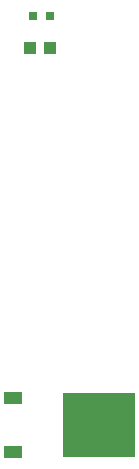
<source format=gtp>
G75*
%MOIN*%
%OFA0B0*%
%FSLAX25Y25*%
%IPPOS*%
%LPD*%
%AMOC8*
5,1,8,0,0,1.08239X$1,22.5*
%
%ADD10R,0.24409X0.21260*%
%ADD11R,0.06299X0.03937*%
%ADD12R,0.03937X0.04331*%
%ADD13R,0.03150X0.03150*%
D10*
X0225981Y0035469D03*
D11*
X0197241Y0026492D03*
X0197241Y0044445D03*
D12*
X0203068Y0161295D03*
X0209760Y0161295D03*
D13*
X0209800Y0171846D03*
X0203894Y0171846D03*
M02*

</source>
